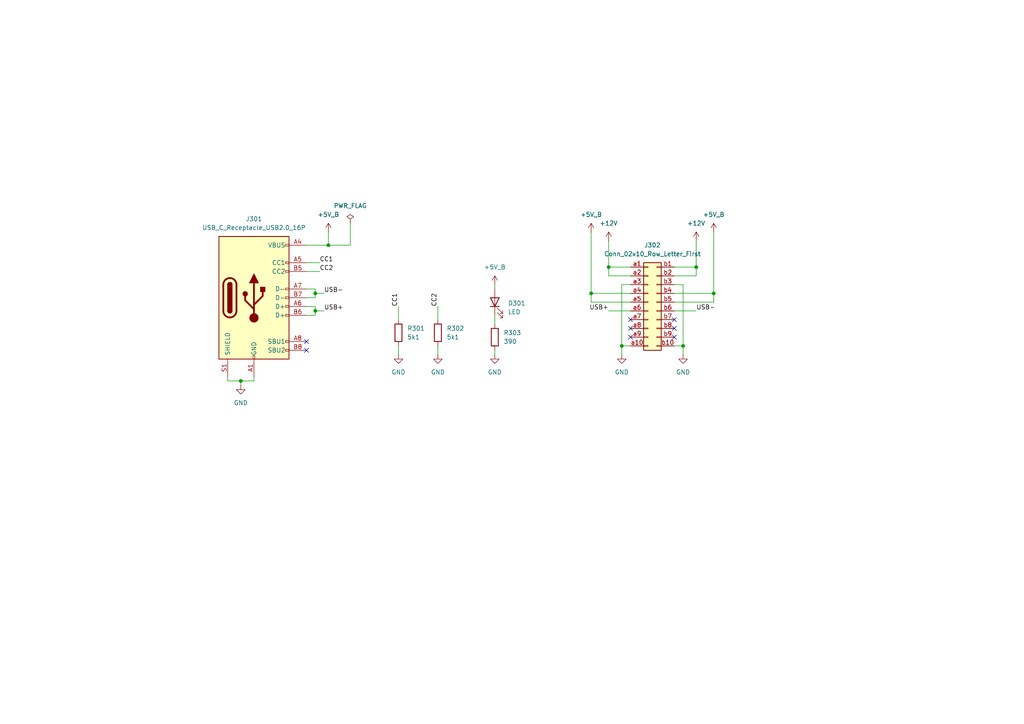
<source format=kicad_sch>
(kicad_sch (version 20231120) (generator "eeschema") (generator_version "8.0")
  (paper "A4")
  (title_block (title "Device Tester Connector") (rev "<<HASH>>") (company "Amateurfunkclub für Remote Stationen"))
  (lib_symbols
    (symbol "Connector:USB_C_Receptacle_USB2.0_16P" (pin_names (offset 1.016))
      (property "Reference" "J" (at 0 22.225 0))
      (property "Value" "USB_C_Receptacle_USB2.0_16P" (at 0 19.685 0))
      (symbol "USB_C_Receptacle_USB2.0_16P_0_0"
        (rectangle (start -0.254 -17.78) (end 0.254 -16.764))
        (rectangle (start 10.16 -14.986) (end 9.144 -15.494))
        (rectangle (start 10.16 -12.446) (end 9.144 -12.954))
        (rectangle (start 10.16 -4.826) (end 9.144 -5.334))
        (rectangle (start 10.16 -2.286) (end 9.144 -2.794))
        (rectangle (start 10.16 0.254) (end 9.144 -0.254))
        (rectangle (start 10.16 2.794) (end 9.144 2.286))
        (rectangle (start 10.16 7.874) (end 9.144 7.366))
        (rectangle (start 10.16 10.414) (end 9.144 9.906))
        (rectangle (start 10.16 15.494) (end 9.144 14.986))
      )
      (symbol "USB_C_Receptacle_USB2.0_16P_0_1"
        (rectangle (start -10.16 17.78) (end 10.16 -17.78) (stroke (width 0.254)) (fill (type background)))
        (arc (start -8.89 -3.81) (mid -6.985 -5.7067) (end -5.08 -3.81) (stroke (width 0.508)))
        (arc (start -7.62 -3.81) (mid -6.985 -4.4423) (end -6.35 -3.81) (stroke (width 0.254)))
        (arc (start -7.62 -3.81) (mid -6.985 -4.4423) (end -6.35 -3.81) (stroke (width 0.254)) (fill (type outline)))
        (rectangle (start -7.62 -3.81) (end -6.35 3.81) (stroke (width 0.254)) (fill (type outline)))
        (arc (start -6.35 3.81) (mid -6.985 4.4423) (end -7.62 3.81) (stroke (width 0.254)))
        (arc (start -6.35 3.81) (mid -6.985 4.4423) (end -7.62 3.81) (stroke (width 0.254)) (fill (type outline)))
        (arc (start -5.08 3.81) (mid -6.985 5.7067) (end -8.89 3.81) (stroke (width 0.508)))
        (circle (center -2.54 1.143) (radius 0.635) (stroke (width 0.254)) (fill (type outline)))
        (circle (center 0 -5.842) (radius 1.27) (fill (type outline)))
        (polyline (pts (xy -8.89 -3.81) (xy -8.89 3.81)) (stroke (width 0.508)))
        (polyline (pts (xy -5.08 3.81) (xy -5.08 -3.81)) (stroke (width 0.508)))
        (polyline (pts (xy 0 -5.842) (xy 0 4.318)) (stroke (width 0.508)))
        (polyline (pts (xy 0 -3.302) (xy -2.54 -0.762) (xy -2.54 0.508)) (stroke (width 0.508)))
        (polyline (pts (xy 0 -2.032) (xy 2.54 0.508) (xy 2.54 1.778)) (stroke (width 0.508)))
        (polyline (pts (xy -1.27 4.318) (xy 0 6.858) (xy 1.27 4.318) (xy -1.27 4.318)) (stroke (width 0.254)) (fill (type outline)))
        (rectangle (start 1.905 1.778) (end 3.175 3.048) (stroke (width 0.254)) (fill (type outline)))
      )
      (symbol "USB_C_Receptacle_USB2.0_16P_1_1"
        (pin passive line (at 0 -22.86 90) (length 5.08) (name "GND") (number "A1"))
        (pin passive line (at 0 -22.86 90) (length 5.08) hide (name "GND") (number "A12"))
        (pin passive line (at 15.24 15.24 180) (length 5.08) (name "VBUS") (number "A4"))
        (pin bidirectional line (at 15.24 10.16 180) (length 5.08) (name "CC1") (number "A5"))
        (pin bidirectional line (at 15.24 -2.54 180) (length 5.08) (name "D+") (number "A6"))
        (pin bidirectional line (at 15.24 2.54 180) (length 5.08) (name "D-") (number "A7"))
        (pin bidirectional line (at 15.24 -12.7 180) (length 5.08) (name "SBU1") (number "A8"))
        (pin passive line (at 15.24 15.24 180) (length 5.08) hide (name "VBUS") (number "A9"))
        (pin passive line (at 0 -22.86 90) (length 5.08) hide (name "GND") (number "B1"))
        (pin passive line (at 0 -22.86 90) (length 5.08) hide (name "GND") (number "B12"))
        (pin passive line (at 15.24 15.24 180) (length 5.08) hide (name "VBUS") (number "B4"))
        (pin bidirectional line (at 15.24 7.62 180) (length 5.08) (name "CC2") (number "B5"))
        (pin bidirectional line (at 15.24 -5.08 180) (length 5.08) (name "D+") (number "B6"))
        (pin bidirectional line (at 15.24 0 180) (length 5.08) (name "D-") (number "B7"))
        (pin bidirectional line (at 15.24 -15.24 180) (length 5.08) (name "SBU2") (number "B8"))
        (pin passive line (at 15.24 15.24 180) (length 5.08) hide (name "VBUS") (number "B9"))
        (pin passive line (at -7.62 -22.86 90) (length 5.08) (name "SHIELD") (number "S1"))
      )
    )
    (symbol "Connector_Generic:Conn_02x10_Row_Letter_First" (pin_names (offset 1.016) hide)
      (property "Reference" "J" (at 1.27 12.7 0))
      (property "Value" "Conn_02x10_Row_Letter_First" (at 1.27 -15.24 0))
      (symbol "Conn_02x10_Row_Letter_First_1_1"
        (rectangle (start -1.27 -12.573) (end 0 -12.827) (stroke (width 0.1524)))
        (rectangle (start -1.27 -10.033) (end 0 -10.287) (stroke (width 0.1524)))
        (rectangle (start -1.27 -7.493) (end 0 -7.747) (stroke (width 0.1524)))
        (rectangle (start -1.27 -4.953) (end 0 -5.207) (stroke (width 0.1524)))
        (rectangle (start -1.27 -2.413) (end 0 -2.667) (stroke (width 0.1524)))
        (rectangle (start -1.27 0.127) (end 0 -0.127) (stroke (width 0.1524)))
        (rectangle (start -1.27 2.667) (end 0 2.413) (stroke (width 0.1524)))
        (rectangle (start -1.27 5.207) (end 0 4.953) (stroke (width 0.1524)))
        (rectangle (start -1.27 7.747) (end 0 7.493) (stroke (width 0.1524)))
        (rectangle (start -1.27 10.287) (end 0 10.033) (stroke (width 0.1524)))
        (rectangle (start -1.27 11.43) (end 3.81 -13.97) (stroke (width 0.254)) (fill (type background)))
        (rectangle (start 3.81 -12.573) (end 2.54 -12.827) (stroke (width 0.1524)))
        (rectangle (start 3.81 -10.033) (end 2.54 -10.287) (stroke (width 0.1524)))
        (rectangle (start 3.81 -7.493) (end 2.54 -7.747) (stroke (width 0.1524)))
        (rectangle (start 3.81 -4.953) (end 2.54 -5.207) (stroke (width 0.1524)))
        (rectangle (start 3.81 -2.413) (end 2.54 -2.667) (stroke (width 0.1524)))
        (rectangle (start 3.81 0.127) (end 2.54 -0.127) (stroke (width 0.1524)))
        (rectangle (start 3.81 2.667) (end 2.54 2.413) (stroke (width 0.1524)))
        (rectangle (start 3.81 5.207) (end 2.54 4.953) (stroke (width 0.1524)))
        (rectangle (start 3.81 7.747) (end 2.54 7.493) (stroke (width 0.1524)))
        (rectangle (start 3.81 10.287) (end 2.54 10.033) (stroke (width 0.1524)))
        (pin passive line (at -5.08 10.16 0) (length 3.81) (name "Pin_a1") (number "a1"))
        (pin passive line (at -5.08 -12.7 0) (length 3.81) (name "Pin_a10") (number "a10"))
        (pin passive line (at -5.08 7.62 0) (length 3.81) (name "Pin_a2") (number "a2"))
        (pin passive line (at -5.08 5.08 0) (length 3.81) (name "Pin_a3") (number "a3"))
        (pin passive line (at -5.08 2.54 0) (length 3.81) (name "Pin_a4") (number "a4"))
        (pin passive line (at -5.08 0 0) (length 3.81) (name "Pin_a5") (number "a5"))
        (pin passive line (at -5.08 -2.54 0) (length 3.81) (name "Pin_a6") (number "a6"))
        (pin passive line (at -5.08 -5.08 0) (length 3.81) (name "Pin_a7") (number "a7"))
        (pin passive line (at -5.08 -7.62 0) (length 3.81) (name "Pin_a8") (number "a8"))
        (pin passive line (at -5.08 -10.16 0) (length 3.81) (name "Pin_a9") (number "a9"))
        (pin passive line (at 7.62 10.16 180) (length 3.81) (name "Pin_b1") (number "b1"))
        (pin passive line (at 7.62 -12.7 180) (length 3.81) (name "Pin_b10") (number "b10"))
        (pin passive line (at 7.62 7.62 180) (length 3.81) (name "Pin_b2") (number "b2"))
        (pin passive line (at 7.62 5.08 180) (length 3.81) (name "Pin_b3") (number "b3"))
        (pin passive line (at 7.62 2.54 180) (length 3.81) (name "Pin_b4") (number "b4"))
        (pin passive line (at 7.62 0 180) (length 3.81) (name "Pin_b5") (number "b5"))
        (pin passive line (at 7.62 -2.54 180) (length 3.81) (name "Pin_b6") (number "b6"))
        (pin passive line (at 7.62 -5.08 180) (length 3.81) (name "Pin_b7") (number "b7"))
        (pin passive line (at 7.62 -7.62 180) (length 3.81) (name "Pin_b8") (number "b8"))
        (pin passive line (at 7.62 -10.16 180) (length 3.81) (name "Pin_b9") (number "b9"))
      )
    )
    (symbol "Device:LED" (pin_numbers hide) (pin_names (offset 1.016) hide)
      (property "Reference" "D" (at 0 2.54 0))
      (property "Value" "LED" (at 0 -2.54 0))
      (symbol "LED_0_1"
        (polyline (pts (xy -1.27 -1.27) (xy -1.27 1.27)) (stroke (width 0.254)))
        (polyline (pts (xy -1.27 0) (xy 1.27 0)))
        (polyline (pts (xy 1.27 -1.27) (xy 1.27 1.27) (xy -1.27 0) (xy 1.27 -1.27)) (stroke (width 0.254)))
        (polyline (pts (xy -3.048 -0.762) (xy -4.572 -2.286) (xy -3.81 -2.286) (xy -4.572 -2.286) (xy -4.572 -1.524)))
        (polyline (pts (xy -1.778 -0.762) (xy -3.302 -2.286) (xy -2.54 -2.286) (xy -3.302 -2.286) (xy -3.302 -1.524)))
      )
      (symbol "LED_1_1"
        (pin passive line (at -3.81 0 0) (length 2.54) (name "K") (number "1"))
        (pin passive line (at 3.81 0 180) (length 2.54) (name "A") (number "2"))
      )
    )
    (symbol "Device:R" (pin_numbers hide) (pin_names (offset 0))
      (property "Reference" "R" (at 2.032 0 90))
      (property "Value" "R" (at 0 0 90))
      (symbol "R_0_1"
        (rectangle (start -1.016 -2.54) (end 1.016 2.54) (stroke (width 0.254)))
      )
      (symbol "R_1_1"
        (pin passive line (at 0 3.81 270) (length 1.27) (name "~") (number "1"))
        (pin passive line (at 0 -3.81 90) (length 1.27) (name "~") (number "2"))
      )
    )
    (symbol "power:+12V" (power) (pin_numbers hide) (pin_names (offset 0) hide)
      (property "Value" "+12V" (at 0 3.556 0))
      (symbol "+12V_0_1"
        (polyline (pts (xy -0.762 1.27) (xy 0 2.54)))
        (polyline (pts (xy 0 0) (xy 0 2.54)))
        (polyline (pts (xy 0 2.54) (xy 0.762 1.27)))
      )
      (symbol "+12V_1_1"
        (pin power_in line (at 0 0 90) (length 0) (name "~") (number "1"))
      )
    )
    (symbol "power:+5V" (power) (pin_numbers hide) (pin_names (offset 0) hide)
      (property "Value" "+5V" (at 0 3.556 0))
      (symbol "+5V_0_1"
        (polyline (pts (xy -0.762 1.27) (xy 0 2.54)))
        (polyline (pts (xy 0 0) (xy 0 2.54)))
        (polyline (pts (xy 0 2.54) (xy 0.762 1.27)))
      )
      (symbol "+5V_1_1"
        (pin power_in line (at 0 0 90) (length 0) (name "~") (number "1"))
      )
    )
    (symbol "power:GND" (power) (pin_numbers hide) (pin_names (offset 0) hide)
      (property "Value" "GND" (at 0 -3.81 0))
      (symbol "GND_0_1"
        (polyline (pts (xy 0 0) (xy 0 -1.27) (xy 1.27 -1.27) (xy 0 -2.54) (xy -1.27 -1.27) (xy 0 -1.27)))
      )
      (symbol "GND_1_1"
        (pin power_in line (at 0 0 270) (length 0) (name "~") (number "1"))
      )
    )
    (symbol "power:PWR_FLAG" (power) (pin_numbers hide) (pin_names (offset 0) hide)
      (property "Value" "PWR_FLAG" (at 0 3.81 0))
      (symbol "PWR_FLAG_0_0"
        (pin power_out line (at 0 0 90) (length 0) (name "~") (number "1"))
      )
      (symbol "PWR_FLAG_0_1"
        (polyline (pts (xy 0 0) (xy 0 1.27) (xy -1.016 1.905) (xy 0 2.54) (xy 1.016 1.905) (xy 0 1.27)))
      )
    )
  )
  (junction (at 91.44 90.17))
  (junction (at 95.25 71.12))
  (junction (at 198.12 100.33))
  (junction (at 180.34 100.33))
  (junction (at 207.01 85.09))
  (junction (at 91.44 85.09))
  (junction (at 171.45 85.09))
  (junction (at 176.53 77.47))
  (junction (at 201.93 77.47))
  (junction (at 69.85 110.49))
  (no_connect (at 182.88 97.79))
  (no_connect (at 88.9 101.6))
  (no_connect (at 195.58 95.25))
  (no_connect (at 182.88 92.71))
  (no_connect (at 182.88 95.25))
  (no_connect (at 195.58 97.79))
  (no_connect (at 88.9 99.06))
  (no_connect (at 195.58 92.71))
  (wire (pts (xy 195.58 90.17) (xy 201.93 90.17)))
  (wire (pts (xy 182.88 87.63) (xy 171.45 87.63)))
  (wire (pts (xy 195.58 87.63) (xy 207.01 87.63)))
  (wire (pts (xy 182.88 85.09) (xy 171.45 85.09)))
  (wire (pts (xy 195.58 85.09) (xy 207.01 85.09)))
  (wire (pts (xy 182.88 77.47) (xy 176.53 77.47)))
  (wire (pts (xy 201.93 80.01) (xy 201.93 77.47)))
  (wire (pts (xy 171.45 85.09) (xy 171.45 67.31)))
  (wire (pts (xy 91.44 90.17) (xy 91.44 91.44)))
  (wire (pts (xy 171.45 87.63) (xy 171.45 85.09)))
  (wire (pts (xy 195.58 100.33) (xy 198.12 100.33)))
  (wire (pts (xy 180.34 100.33) (xy 180.34 102.87)))
  (wire (pts (xy 143.51 101.6) (xy 143.51 102.87)))
  (wire (pts (xy 91.44 90.17) (xy 93.98 90.17)))
  (wire (pts (xy 176.53 77.47) (xy 176.53 69.85)))
  (wire (pts (xy 127 88.9) (xy 127 92.71)))
  (wire (pts (xy 88.9 86.36) (xy 91.44 86.36)))
  (wire (pts (xy 195.58 77.47) (xy 201.93 77.47)))
  (wire (pts (xy 176.53 90.17) (xy 182.88 90.17)))
  (wire (pts (xy 101.6 64.77) (xy 101.6 71.12)))
  (wire (pts (xy 143.51 82.55) (xy 143.51 83.82)))
  (wire (pts (xy 182.88 80.01) (xy 176.53 80.01)))
  (wire (pts (xy 195.58 80.01) (xy 201.93 80.01)))
  (wire (pts (xy 182.88 100.33) (xy 180.34 100.33)))
  (wire (pts (xy 143.51 91.44) (xy 143.51 93.98)))
  (wire (pts (xy 69.85 110.49) (xy 69.85 111.76)))
  (wire (pts (xy 91.44 88.9) (xy 91.44 90.17)))
  (wire (pts (xy 207.01 87.63) (xy 207.01 85.09)))
  (wire (pts (xy 127 100.33) (xy 127 102.87)))
  (wire (pts (xy 91.44 86.36) (xy 91.44 85.09)))
  (wire (pts (xy 176.53 80.01) (xy 176.53 77.47)))
  (wire (pts (xy 207.01 85.09) (xy 207.01 67.31)))
  (wire (pts (xy 195.58 82.55) (xy 198.12 82.55)))
  (wire (pts (xy 66.04 109.22) (xy 66.04 110.49)))
  (wire (pts (xy 201.93 77.47) (xy 201.93 69.85)))
  (wire (pts (xy 198.12 100.33) (xy 198.12 102.87)))
  (wire (pts (xy 88.9 91.44) (xy 91.44 91.44)))
  (wire (pts (xy 198.12 82.55) (xy 198.12 100.33)))
  (wire (pts (xy 182.88 82.55) (xy 180.34 82.55)))
  (wire (pts (xy 180.34 82.55) (xy 180.34 100.33)))
  (wire (pts (xy 115.57 100.33) (xy 115.57 102.87)))
  (wire (pts (xy 73.66 109.22) (xy 73.66 110.49)))
  (wire (pts (xy 101.6 71.12) (xy 95.25 71.12)))
  (wire (pts (xy 91.44 85.09) (xy 93.98 85.09)))
  (wire (pts (xy 66.04 110.49) (xy 69.85 110.49)))
  (wire (pts (xy 88.9 83.82) (xy 91.44 83.82)))
  (wire (pts (xy 88.9 71.12) (xy 95.25 71.12)))
  (wire (pts (xy 91.44 83.82) (xy 91.44 85.09)))
  (wire (pts (xy 88.9 78.74) (xy 92.71 78.74)))
  (wire (pts (xy 88.9 88.9) (xy 91.44 88.9)))
  (wire (pts (xy 69.85 110.49) (xy 73.66 110.49)))
  (wire (pts (xy 95.25 71.12) (xy 95.25 67.31)))
  (wire (pts (xy 88.9 76.2) (xy 92.71 76.2)))
  (wire (pts (xy 115.57 88.9) (xy 115.57 92.71)))
  (label "USB-" (at 201.93 90.17 0))
  (label "CC2" (at 127 88.9 90))
  (label "USB-" (at 93.98 85.09 0))
  (label "CC1" (at 115.57 88.9 90))
  (label "CC1" (at 92.71 76.2 0))
  (label "USB+" (at 176.53 90.17 180))
  (label "USB+" (at 93.98 90.17 0))
  (label "CC2" (at 92.71 78.74 0))
  (symbol (lib_id "power:PWR_FLAG") (at 101.6 64.77 0) (unit 1)
    (property "Reference" "#FLG0301" (effects (hide yes)))
    (property "Value" "PWR_FLAG" (at 101.6 59.69 0))
    (property "Description" "Special symbol for telling ERC where power comes from" (effects (hide yes)))
  )
  (symbol (lib_id "power:GND") (at 69.85 111.76 0) (unit 1)
    (property "Reference" "#PWR0301" (effects (hide yes)))
    (property "Value" "GND" (at 69.85 116.84 0))
    (property "Description" "Power symbol creates a global label with name \"GND\" , ground" (effects (hide yes)))
  )
  (symbol (lib_id "power:GND") (at 198.12 102.87 0) (unit 1)
    (property "Reference" "#PWR0310" (effects (hide yes)))
    (property "Value" "GND" (at 198.12 107.95 0))
    (property "Description" "Power symbol creates a global label with name \"GND\" , ground" (effects (hide yes)))
  )
  (symbol (lib_id "Device:R") (at 143.51 97.79 0) (unit 1)
    (property "Reference" "R303" (at 146.05 96.5199 0) (effects (justify left)))
    (property "Value" "390" (at 146.05 99.0599 0) (effects (justify left)))
    (property "Footprint" "Resistor_SMD:R_0805_2012Metric" (effects (hide yes)))
    (property "Description" "Resistor" (effects (hide yes)))
    (property "LCSC" "C17655" (effects (hide yes)))
  )
  (symbol (lib_id "power:GND") (at 180.34 102.87 0) (unit 1)
    (property "Reference" "#PWR0309" (effects (hide yes)))
    (property "Value" "GND" (at 180.34 107.95 0))
    (property "Description" "Power symbol creates a global label with name \"GND\" , ground" (effects (hide yes)))
  )
  (symbol (lib_id "power:+5V") (at 95.25 67.31 0) (unit 1)
    (property "Reference" "#PWR0302" (effects (hide yes)))
    (property "Value" "+5V_B" (at 95.25 62.23 0))
    (property "Description" "Power symbol creates a global label with name \"+5V\"" (effects (hide yes)))
  )
  (symbol (lib_id "power:+12V") (at 176.53 69.85 0) (unit 1)
    (property "Reference" "#PWR0308" (effects (hide yes)))
    (property "Value" "+12V" (at 176.53 64.77 0))
    (property "Description" "Power symbol creates a global label with name \"+12V\"" (effects (hide yes)))
  )
  (symbol (lib_id "power:+12V") (at 207.01 67.31 0) (unit 1)
    (property "Reference" "#PWR0312" (effects (hide yes)))
    (property "Value" "+5V_B" (at 207.01 62.23 0))
    (property "Description" "Power symbol creates a global label with name \"+5V\"" (effects (hide yes)))
  )
  (symbol (lib_id "Connector:USB_C_Receptacle_USB2.0_16P") (at 73.66 86.36 0) (unit 1)
    (property "Reference" "J301" (at 73.66 63.5 0))
    (property "Value" "USB_C_Receptacle_USB2.0_16P" (at 73.66 66.04 0))
    (property "Footprint" "Connector_USB:USB_C_Receptacle_G-Switch_GT-USB-7010ASV" (effects (hide yes)))
    (property "Datasheet" "https://www.usb.org/sites/default/files/documents/usb_type-c.zip" (effects (hide yes)))
    (property "Description" "USB 2.0-only 16P Type-C Receptacle connector" (effects (hide yes)))
    (property "LCSC" "C2988369" (effects (hide yes)))
  )
  (symbol (lib_id "power:+12V") (at 201.93 69.85 0) (unit 1)
    (property "Reference" "#PWR0311" (effects (hide yes)))
    (property "Value" "+12V" (at 201.93 64.77 0))
    (property "Description" "Power symbol creates a global label with name \"+12V\"" (effects (hide yes)))
  )
  (symbol (lib_id "Connector_Generic:Conn_02x10_Row_Letter_First") (at 187.96 87.63 0) (unit 1)
    (property "Reference" "J302" (at 189.23 71.12 0))
    (property "Value" "Conn_02x10_Row_Letter_First" (at 189.23 73.66 0))
    (property "Footprint" "Connector_DIN:DIN41612_B3_2x10_Male_Horizontal_THT" (effects (hide yes)))
    (property "Description" "Generic connector, double row, 02x10, row letter first pin numbering scheme (pin number consists of a letter for the row and a number for the pin index in this row. a1, ..., aN; b1, ..., bN), script generated (kicad-library-utils/schlib/autogen/connector/)" (effects (hide yes)))
  )
  (symbol (lib_id "power:GND") (at 127 102.87 0) (unit 1)
    (property "Reference" "#PWR0304" (effects (hide yes)))
    (property "Value" "GND" (at 127 107.95 0))
    (property "Description" "Power symbol creates a global label with name \"GND\" , ground" (effects (hide yes)))
  )
  (symbol (lib_id "power:+12V") (at 143.51 82.55 0) (unit 1)
    (property "Reference" "#PWR0305" (effects (hide yes)))
    (property "Value" "+5V_B" (at 143.51 77.47 0))
    (property "Description" "Power symbol creates a global label with name \"+5V\"" (effects (hide yes)))
  )
  (symbol (lib_id "Device:R") (at 115.57 96.52 0) (unit 1)
    (property "Reference" "R301" (at 118.11 95.2499 0) (effects (justify left)))
    (property "Value" "5k1" (at 118.11 97.7899 0) (effects (justify left)))
    (property "Footprint" "Resistor_SMD:R_0805_2012Metric" (effects (hide yes)))
    (property "Description" "Resistor" (effects (hide yes)))
    (property "LCSC" "C27834" (effects (hide yes)))
  )
  (symbol (lib_id "power:GND") (at 115.57 102.87 0) (unit 1)
    (property "Reference" "#PWR0303" (effects (hide yes)))
    (property "Value" "GND" (at 115.57 107.95 0))
    (property "Description" "Power symbol creates a global label with name \"GND\" , ground" (effects (hide yes)))
  )
  (symbol (lib_id "power:+12V") (at 171.45 67.31 0) (unit 1)
    (property "Reference" "#PWR0307" (effects (hide yes)))
    (property "Value" "+5V_B" (at 171.45 62.23 0))
    (property "Description" "Power symbol creates a global label with name \"+5V\"" (effects (hide yes)))
  )
  (symbol (lib_id "power:GND") (at 143.51 102.87 0) (unit 1)
    (property "Reference" "#PWR0306" (effects (hide yes)))
    (property "Value" "GND" (at 143.51 107.95 0))
    (property "Description" "Power symbol creates a global label with name \"GND\" , ground" (effects (hide yes)))
  )
  (symbol (lib_id "Device:LED") (at 143.51 87.63 90) (unit 1)
    (property "Reference" "D301" (at 147.32 87.9474 90) (effects (justify right)))
    (property "Value" "LED" (at 147.32 90.4874 90) (effects (justify right)))
    (property "Footprint" "LED_SMD:LED_0805_2012Metric" (effects (hide yes)))
    (property "Description" "Light emitting diode" (effects (hide yes)))
    (property "LCSC" "C84256" (effects (hide yes)))
  )
  (symbol (lib_id "Device:R") (at 127 96.52 0) (unit 1)
    (property "Reference" "R302" (at 129.54 95.2499 0) (effects (justify left)))
    (property "Value" "5k1" (at 129.54 97.7899 0) (effects (justify left)))
    (property "Footprint" "Resistor_SMD:R_0805_2012Metric" (effects (hide yes)))
    (property "Description" "Resistor" (effects (hide yes)))
    (property "LCSC" "C27834" (effects (hide yes)))
  )
)
</source>
